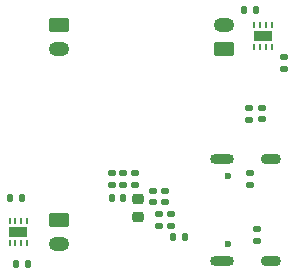
<source format=gbr>
%TF.GenerationSoftware,KiCad,Pcbnew,(6.0.4)*%
%TF.CreationDate,2023-01-29T14:49:02+00:00*%
%TF.ProjectId,PrettySmallRobot,50726574-7479-4536-9d61-6c6c526f626f,rev?*%
%TF.SameCoordinates,Original*%
%TF.FileFunction,Soldermask,Bot*%
%TF.FilePolarity,Negative*%
%FSLAX46Y46*%
G04 Gerber Fmt 4.6, Leading zero omitted, Abs format (unit mm)*
G04 Created by KiCad (PCBNEW (6.0.4)) date 2023-01-29 14:49:02*
%MOMM*%
%LPD*%
G01*
G04 APERTURE LIST*
G04 Aperture macros list*
%AMRoundRect*
0 Rectangle with rounded corners*
0 $1 Rounding radius*
0 $2 $3 $4 $5 $6 $7 $8 $9 X,Y pos of 4 corners*
0 Add a 4 corners polygon primitive as box body*
4,1,4,$2,$3,$4,$5,$6,$7,$8,$9,$2,$3,0*
0 Add four circle primitives for the rounded corners*
1,1,$1+$1,$2,$3*
1,1,$1+$1,$4,$5*
1,1,$1+$1,$6,$7*
1,1,$1+$1,$8,$9*
0 Add four rect primitives between the rounded corners*
20,1,$1+$1,$2,$3,$4,$5,0*
20,1,$1+$1,$4,$5,$6,$7,0*
20,1,$1+$1,$6,$7,$8,$9,0*
20,1,$1+$1,$8,$9,$2,$3,0*%
G04 Aperture macros list end*
%ADD10RoundRect,0.250000X-0.625000X0.350000X-0.625000X-0.350000X0.625000X-0.350000X0.625000X0.350000X0*%
%ADD11O,1.750000X1.200000*%
%ADD12C,0.600000*%
%ADD13O,2.000000X0.900000*%
%ADD14O,1.700000X0.900000*%
%ADD15RoundRect,0.250000X0.625000X-0.350000X0.625000X0.350000X-0.625000X0.350000X-0.625000X-0.350000X0*%
%ADD16RoundRect,0.140000X-0.170000X0.140000X-0.170000X-0.140000X0.170000X-0.140000X0.170000X0.140000X0*%
%ADD17R,0.250000X0.500000*%
%ADD18R,1.600000X0.900000*%
%ADD19RoundRect,0.140000X0.140000X0.170000X-0.140000X0.170000X-0.140000X-0.170000X0.140000X-0.170000X0*%
%ADD20RoundRect,0.140000X0.170000X-0.140000X0.170000X0.140000X-0.170000X0.140000X-0.170000X-0.140000X0*%
%ADD21RoundRect,0.135000X0.185000X-0.135000X0.185000X0.135000X-0.185000X0.135000X-0.185000X-0.135000X0*%
%ADD22RoundRect,0.140000X-0.140000X-0.170000X0.140000X-0.170000X0.140000X0.170000X-0.140000X0.170000X0*%
%ADD23RoundRect,0.135000X-0.185000X0.135000X-0.185000X-0.135000X0.185000X-0.135000X0.185000X0.135000X0*%
%ADD24RoundRect,0.147500X0.147500X0.172500X-0.147500X0.172500X-0.147500X-0.172500X0.147500X-0.172500X0*%
%ADD25RoundRect,0.225000X-0.250000X0.225000X-0.250000X-0.225000X0.250000X-0.225000X0.250000X0.225000X0*%
G04 APERTURE END LIST*
D10*
%TO.C,J9*%
X177000000Y-119500000D03*
D11*
X177000000Y-121500000D03*
%TD*%
D12*
%TO.C,J1*%
X191320000Y-115762503D03*
X191320000Y-121542503D03*
D13*
X190830000Y-122977503D03*
X190830000Y-114327503D03*
D14*
X195000000Y-122977503D03*
X195000000Y-114327503D03*
%TD*%
D10*
%TO.C,J10*%
X177000000Y-103000000D03*
D11*
X177000000Y-105000000D03*
%TD*%
D15*
%TO.C,J8*%
X191000000Y-105000000D03*
D11*
X191000000Y-103000000D03*
%TD*%
D16*
%TO.C,C20*%
X183496152Y-115531320D03*
X183496152Y-116491320D03*
%TD*%
D17*
%TO.C,U2*%
X195050000Y-104850000D03*
X194550000Y-104850000D03*
X194050000Y-104850000D03*
X193550000Y-104850000D03*
X193550000Y-102950000D03*
X194050000Y-102950000D03*
X194550000Y-102950000D03*
X195050000Y-102950000D03*
D18*
X194300000Y-103900000D03*
%TD*%
D19*
%TO.C,C3*%
X193680000Y-101700000D03*
X192720000Y-101700000D03*
%TD*%
D20*
%TO.C,C11*%
X185500000Y-119980000D03*
X185500000Y-119020000D03*
%TD*%
D21*
%TO.C,R9*%
X193100000Y-111010000D03*
X193100000Y-109990000D03*
%TD*%
D22*
%TO.C,C10*%
X186720000Y-120900000D03*
X187680000Y-120900000D03*
%TD*%
D23*
%TO.C,R2*%
X193200000Y-115490000D03*
X193200000Y-116510000D03*
%TD*%
%TO.C,R1*%
X193800000Y-120290000D03*
X193800000Y-121310000D03*
%TD*%
D16*
%TO.C,C2*%
X196100000Y-105720000D03*
X196100000Y-106680000D03*
%TD*%
%TO.C,C19*%
X181500000Y-115540000D03*
X181500000Y-116500000D03*
%TD*%
%TO.C,C24*%
X194200000Y-110020000D03*
X194200000Y-110980000D03*
%TD*%
D20*
%TO.C,C5*%
X186000000Y-117980000D03*
X186000000Y-117020000D03*
%TD*%
%TO.C,C4*%
X185000000Y-117980000D03*
X185000000Y-117020000D03*
%TD*%
D24*
%TO.C,L1*%
X182477296Y-117624897D03*
X181507296Y-117624897D03*
%TD*%
D22*
%TO.C,C7*%
X172920000Y-117600000D03*
X173880000Y-117600000D03*
%TD*%
D20*
%TO.C,C16*%
X186500000Y-119980000D03*
X186500000Y-119020000D03*
%TD*%
D25*
%TO.C,C1*%
X183718091Y-117691600D03*
X183718091Y-119241600D03*
%TD*%
D17*
%TO.C,U1*%
X172850000Y-119550000D03*
X173350000Y-119550000D03*
X173850000Y-119550000D03*
X174350000Y-119550000D03*
X174350000Y-121450000D03*
X173850000Y-121450000D03*
X173350000Y-121450000D03*
X172850000Y-121450000D03*
D18*
X173600000Y-120500000D03*
%TD*%
D22*
%TO.C,C6*%
X173420000Y-123200000D03*
X174380000Y-123200000D03*
%TD*%
D16*
%TO.C,C18*%
X182496227Y-115538867D03*
X182496227Y-116498867D03*
%TD*%
M02*

</source>
